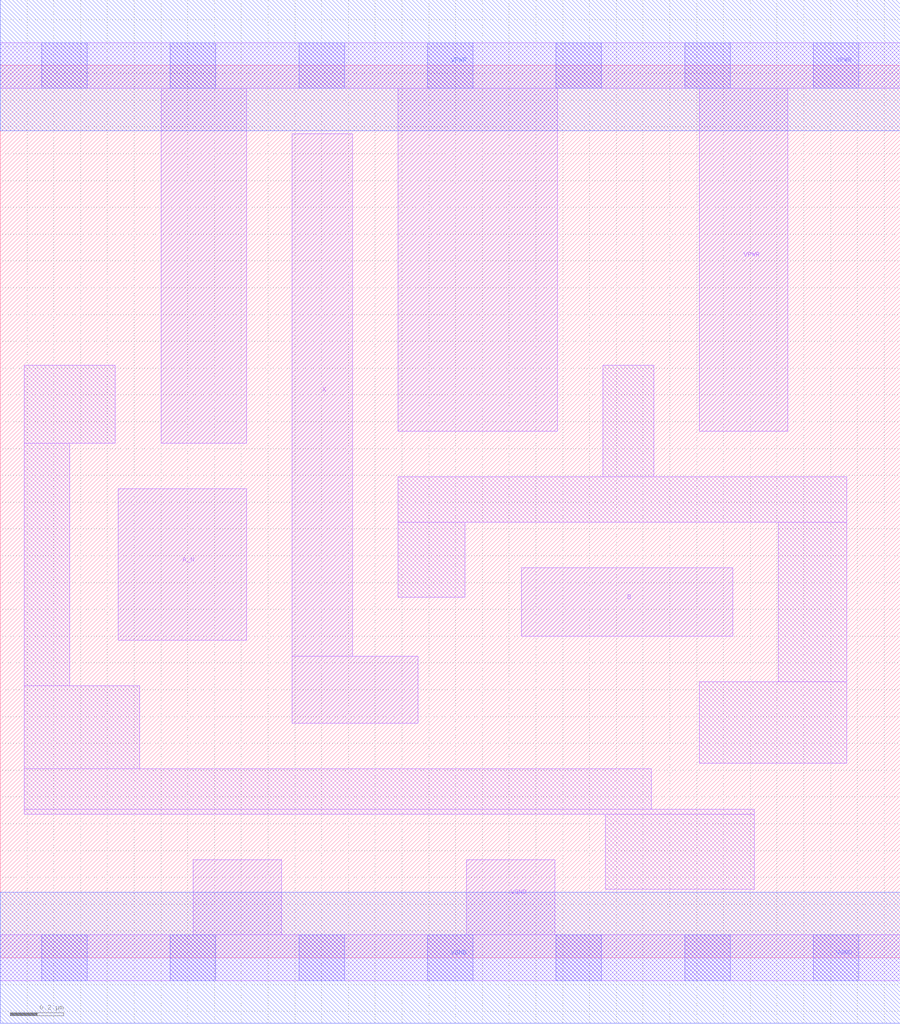
<source format=lef>
# Copyright 2020 The SkyWater PDK Authors
#
# Licensed under the Apache License, Version 2.0 (the "License");
# you may not use this file except in compliance with the License.
# You may obtain a copy of the License at
#
#     https://www.apache.org/licenses/LICENSE-2.0
#
# Unless required by applicable law or agreed to in writing, software
# distributed under the License is distributed on an "AS IS" BASIS,
# WITHOUT WARRANTIES OR CONDITIONS OF ANY KIND, either express or implied.
# See the License for the specific language governing permissions and
# limitations under the License.
#
# SPDX-License-Identifier: Apache-2.0

VERSION 5.7 ;
  NAMESCASESENSITIVE ON ;
  NOWIREEXTENSIONATPIN ON ;
  DIVIDERCHAR "/" ;
  BUSBITCHARS "[]" ;
UNITS
  DATABASE MICRONS 200 ;
END UNITS
MACRO sky130_fd_sc_lp__and2b_2
  CLASS CORE ;
  SOURCE USER ;
  FOREIGN sky130_fd_sc_lp__and2b_2 ;
  ORIGIN  0.000000  0.000000 ;
  SIZE  3.360000 BY  3.330000 ;
  SYMMETRY X Y R90 ;
  SITE unit ;
  PIN A_N
    ANTENNAGATEAREA  0.126000 ;
    DIRECTION INPUT ;
    USE SIGNAL ;
    PORT
      LAYER li1 ;
        RECT 0.440000 1.185000 0.920000 1.750000 ;
    END
  END A_N
  PIN B
    ANTENNAGATEAREA  0.126000 ;
    DIRECTION INPUT ;
    USE SIGNAL ;
    PORT
      LAYER li1 ;
        RECT 1.945000 1.200000 2.735000 1.455000 ;
    END
  END B
  PIN X
    ANTENNADIFFAREA  0.588000 ;
    DIRECTION OUTPUT ;
    USE SIGNAL ;
    PORT
      LAYER li1 ;
        RECT 1.090000 0.875000 1.560000 1.125000 ;
        RECT 1.090000 1.125000 1.315000 3.075000 ;
    END
  END X
  PIN VGND
    DIRECTION INOUT ;
    USE GROUND ;
    PORT
      LAYER li1 ;
        RECT 0.000000 -0.085000 3.360000 0.085000 ;
        RECT 0.720000  0.085000 1.050000 0.365000 ;
        RECT 1.740000  0.085000 2.070000 0.365000 ;
      LAYER mcon ;
        RECT 0.155000 -0.085000 0.325000 0.085000 ;
        RECT 0.635000 -0.085000 0.805000 0.085000 ;
        RECT 1.115000 -0.085000 1.285000 0.085000 ;
        RECT 1.595000 -0.085000 1.765000 0.085000 ;
        RECT 2.075000 -0.085000 2.245000 0.085000 ;
        RECT 2.555000 -0.085000 2.725000 0.085000 ;
        RECT 3.035000 -0.085000 3.205000 0.085000 ;
      LAYER met1 ;
        RECT 0.000000 -0.245000 3.360000 0.245000 ;
    END
  END VGND
  PIN VPWR
    DIRECTION INOUT ;
    USE POWER ;
    PORT
      LAYER li1 ;
        RECT 0.000000 3.245000 3.360000 3.415000 ;
        RECT 0.600000 1.920000 0.920000 3.245000 ;
        RECT 1.485000 1.965000 2.080000 3.245000 ;
        RECT 2.610000 1.965000 2.940000 3.245000 ;
      LAYER mcon ;
        RECT 0.155000 3.245000 0.325000 3.415000 ;
        RECT 0.635000 3.245000 0.805000 3.415000 ;
        RECT 1.115000 3.245000 1.285000 3.415000 ;
        RECT 1.595000 3.245000 1.765000 3.415000 ;
        RECT 2.075000 3.245000 2.245000 3.415000 ;
        RECT 2.555000 3.245000 2.725000 3.415000 ;
        RECT 3.035000 3.245000 3.205000 3.415000 ;
      LAYER met1 ;
        RECT 0.000000 3.085000 3.360000 3.575000 ;
    END
  END VPWR
  OBS
    LAYER li1 ;
      RECT 0.090000 0.535000 2.815000 0.555000 ;
      RECT 0.090000 0.555000 2.430000 0.705000 ;
      RECT 0.090000 0.705000 0.520000 1.015000 ;
      RECT 0.090000 1.015000 0.260000 1.920000 ;
      RECT 0.090000 1.920000 0.430000 2.210000 ;
      RECT 1.485000 1.345000 1.735000 1.625000 ;
      RECT 1.485000 1.625000 3.160000 1.795000 ;
      RECT 2.250000 1.795000 2.440000 2.210000 ;
      RECT 2.260000 0.255000 2.815000 0.535000 ;
      RECT 2.610000 0.725000 3.160000 1.030000 ;
      RECT 2.905000 1.030000 3.160000 1.625000 ;
  END
END sky130_fd_sc_lp__and2b_2

</source>
